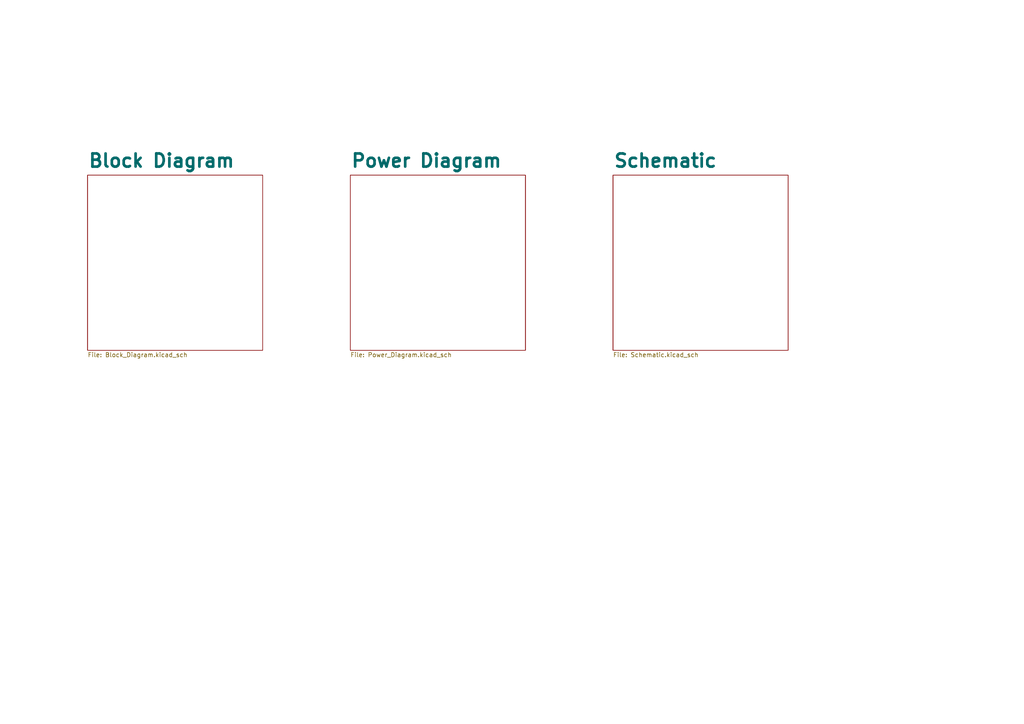
<source format=kicad_sch>
(kicad_sch
	(version 20250114)
	(generator "eeschema")
	(generator_version "9.0")
	(uuid "e991c4cd-aef1-45d3-88a7-ab758af18f66")
	(paper "A4")
	(title_block
		(title "Directory")
		(date "2025-12-11")
		(rev "A")
		(company "MaD_RaNgA")
	)
	(lib_symbols)
	(sheet
		(at 101.6 50.8)
		(size 50.8 50.8)
		(exclude_from_sim no)
		(in_bom yes)
		(on_board yes)
		(dnp no)
		(fields_autoplaced yes)
		(stroke
			(width 0.1524)
			(type solid)
		)
		(fill
			(color 0 0 0 0.0000)
		)
		(uuid "4a11efc5-a213-4d1a-b7f3-4ff841022edf")
		(property "Sheetname" "Power Diagram"
			(at 101.6 48.8184 0)
			(effects
				(font
					(size 3.81 3.81)
					(thickness 0.762)
					(bold yes)
				)
				(justify left bottom)
			)
		)
		(property "Sheetfile" "Power_Diagram.kicad_sch"
			(at 101.6 102.1846 0)
			(effects
				(font
					(size 1.27 1.27)
				)
				(justify left top)
			)
		)
		(instances
			(project "RC_Car(ESP32)"
				(path "/e991c4cd-aef1-45d3-88a7-ab758af18f66"
					(page "3")
				)
			)
		)
	)
	(sheet
		(at 25.4 50.8)
		(size 50.8 50.8)
		(exclude_from_sim no)
		(in_bom yes)
		(on_board yes)
		(dnp no)
		(fields_autoplaced yes)
		(stroke
			(width 0.1524)
			(type solid)
		)
		(fill
			(color 0 0 0 0.0000)
		)
		(uuid "c204ab26-15f4-4e01-9cb4-b236c96d4b15")
		(property "Sheetname" "Block Diagram"
			(at 25.4 48.8184 0)
			(effects
				(font
					(size 3.81 3.81)
					(thickness 0.762)
					(bold yes)
				)
				(justify left bottom)
			)
		)
		(property "Sheetfile" "Block_Diagram.kicad_sch"
			(at 25.4 102.1846 0)
			(effects
				(font
					(size 1.27 1.27)
				)
				(justify left top)
			)
		)
		(instances
			(project "RC_Car(ESP32)"
				(path "/e991c4cd-aef1-45d3-88a7-ab758af18f66"
					(page "2")
				)
			)
		)
	)
	(sheet
		(at 177.8 50.8)
		(size 50.8 50.8)
		(exclude_from_sim no)
		(in_bom yes)
		(on_board yes)
		(dnp no)
		(fields_autoplaced yes)
		(stroke
			(width 0.1524)
			(type solid)
		)
		(fill
			(color 0 0 0 0.0000)
		)
		(uuid "eb470245-7918-41a9-854f-6f42ad038f3b")
		(property "Sheetname" "Schematic"
			(at 177.8 48.8184 0)
			(effects
				(font
					(size 3.81 3.81)
					(thickness 0.762)
					(bold yes)
				)
				(justify left bottom)
			)
		)
		(property "Sheetfile" "Schematic.kicad_sch"
			(at 177.8 102.1846 0)
			(effects
				(font
					(size 1.27 1.27)
				)
				(justify left top)
			)
		)
		(instances
			(project "RC_Car(ESP32)"
				(path "/e991c4cd-aef1-45d3-88a7-ab758af18f66"
					(page "4")
				)
			)
		)
	)
	(sheet_instances
		(path "/"
			(page "1")
		)
	)
	(embedded_fonts no)
)

</source>
